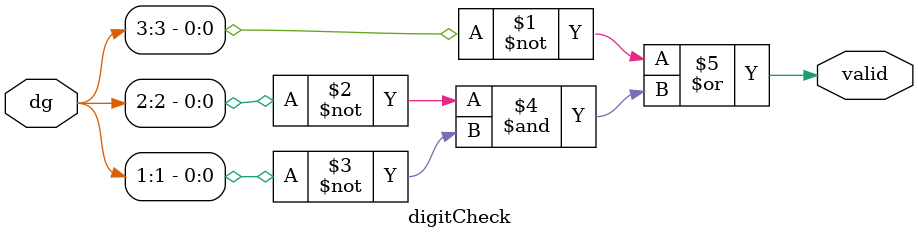
<source format=v>
module digitCheck(
    //Input
    input wire [3:0] dg,
    //Output
    output wire valid
);

    assign valid = ~dg[3] | ~dg[2] & ~dg[1];

endmodule
</source>
